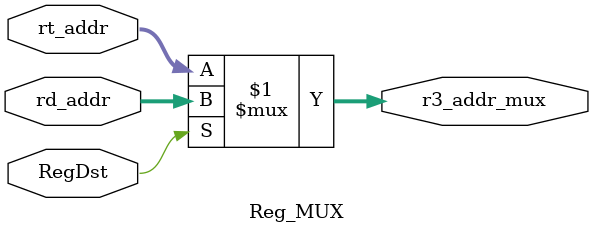
<source format=v>
`timescale 1ns / 1ps
module Reg_MUX(
    input           RegDst,
    input   [4:0]   rt_addr,
    input   [4:0]   rd_addr,
    output  [4:0]   r3_addr_mux
    );
assign r3_addr_mux = RegDst ? rd_addr:rt_addr;
//RegDst 1: R-type 0:I-type

endmodule

</source>
